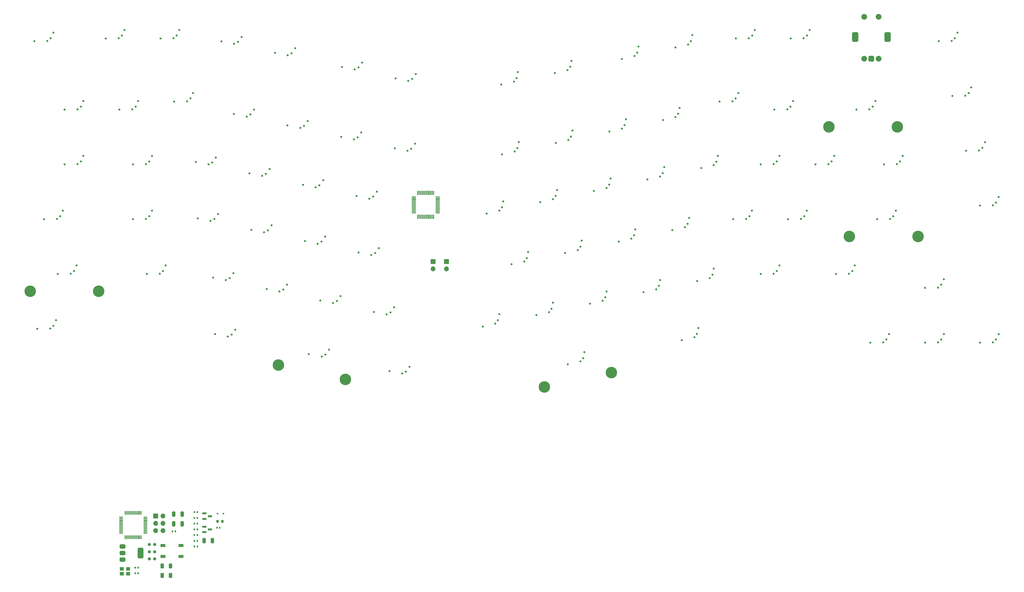
<source format=gbr>
%TF.GenerationSoftware,KiCad,Pcbnew,8.0.1*%
%TF.CreationDate,2024-04-11T15:05:29-07:00*%
%TF.ProjectId,Erebus,45726562-7573-42e6-9b69-6361645f7063,rev?*%
%TF.SameCoordinates,Original*%
%TF.FileFunction,Copper,L1,Top*%
%TF.FilePolarity,Positive*%
%FSLAX46Y46*%
G04 Gerber Fmt 4.6, Leading zero omitted, Abs format (unit mm)*
G04 Created by KiCad (PCBNEW 8.0.1) date 2024-04-11 15:05:29*
%MOMM*%
%LPD*%
G01*
G04 APERTURE LIST*
G04 Aperture macros list*
%AMRoundRect*
0 Rectangle with rounded corners*
0 $1 Rounding radius*
0 $2 $3 $4 $5 $6 $7 $8 $9 X,Y pos of 4 corners*
0 Add a 4 corners polygon primitive as box body*
4,1,4,$2,$3,$4,$5,$6,$7,$8,$9,$2,$3,0*
0 Add four circle primitives for the rounded corners*
1,1,$1+$1,$2,$3*
1,1,$1+$1,$4,$5*
1,1,$1+$1,$6,$7*
1,1,$1+$1,$8,$9*
0 Add four rect primitives between the rounded corners*
20,1,$1+$1,$2,$3,$4,$5,0*
20,1,$1+$1,$4,$5,$6,$7,0*
20,1,$1+$1,$6,$7,$8,$9,0*
20,1,$1+$1,$8,$9,$2,$3,0*%
G04 Aperture macros list end*
%TA.AperFunction,SMDPad,CuDef*%
%ADD10RoundRect,0.200000X-0.200000X-0.275000X0.200000X-0.275000X0.200000X0.275000X-0.200000X0.275000X0*%
%TD*%
%TA.AperFunction,SMDPad,CuDef*%
%ADD11RoundRect,0.135000X-0.135000X-0.185000X0.135000X-0.185000X0.135000X0.185000X-0.135000X0.185000X0*%
%TD*%
%TA.AperFunction,SMDPad,CuDef*%
%ADD12R,1.400000X1.200000*%
%TD*%
%TA.AperFunction,ComponentPad*%
%ADD13C,4.000000*%
%TD*%
%TA.AperFunction,SMDPad,CuDef*%
%ADD14RoundRect,0.375000X-0.625000X-0.375000X0.625000X-0.375000X0.625000X0.375000X-0.625000X0.375000X0*%
%TD*%
%TA.AperFunction,SMDPad,CuDef*%
%ADD15RoundRect,0.500000X-0.500000X-1.400000X0.500000X-1.400000X0.500000X1.400000X-0.500000X1.400000X0*%
%TD*%
%TA.AperFunction,SMDPad,CuDef*%
%ADD16RoundRect,0.150000X-0.587500X-0.150000X0.587500X-0.150000X0.587500X0.150000X-0.587500X0.150000X0*%
%TD*%
%TA.AperFunction,SMDPad,CuDef*%
%ADD17RoundRect,0.237500X-0.250000X-0.237500X0.250000X-0.237500X0.250000X0.237500X-0.250000X0.237500X0*%
%TD*%
%TA.AperFunction,SMDPad,CuDef*%
%ADD18RoundRect,0.140000X-0.140000X-0.170000X0.140000X-0.170000X0.140000X0.170000X-0.140000X0.170000X0*%
%TD*%
%TA.AperFunction,ComponentPad*%
%ADD19R,1.700000X1.700000*%
%TD*%
%TA.AperFunction,ComponentPad*%
%ADD20O,1.700000X1.700000*%
%TD*%
%TA.AperFunction,SMDPad,CuDef*%
%ADD21RoundRect,0.250000X-0.312500X-0.625000X0.312500X-0.625000X0.312500X0.625000X-0.312500X0.625000X0*%
%TD*%
%TA.AperFunction,ComponentPad*%
%ADD22C,2.000000*%
%TD*%
%TA.AperFunction,ComponentPad*%
%ADD23RoundRect,0.500000X0.500000X-0.500000X0.500000X0.500000X-0.500000X0.500000X-0.500000X-0.500000X0*%
%TD*%
%TA.AperFunction,ComponentPad*%
%ADD24RoundRect,0.550000X0.550000X-1.150000X0.550000X1.150000X-0.550000X1.150000X-0.550000X-1.150000X0*%
%TD*%
%TA.AperFunction,SMDPad,CuDef*%
%ADD25RoundRect,0.250000X-0.325000X-0.650000X0.325000X-0.650000X0.325000X0.650000X-0.325000X0.650000X0*%
%TD*%
%TA.AperFunction,SMDPad,CuDef*%
%ADD26RoundRect,0.075000X-0.662500X-0.075000X0.662500X-0.075000X0.662500X0.075000X-0.662500X0.075000X0*%
%TD*%
%TA.AperFunction,SMDPad,CuDef*%
%ADD27RoundRect,0.075000X-0.075000X-0.662500X0.075000X-0.662500X0.075000X0.662500X-0.075000X0.662500X0*%
%TD*%
%TA.AperFunction,SMDPad,CuDef*%
%ADD28R,1.700000X1.000000*%
%TD*%
%TA.AperFunction,SMDPad,CuDef*%
%ADD29RoundRect,0.112500X-0.187500X-0.112500X0.187500X-0.112500X0.187500X0.112500X-0.187500X0.112500X0*%
%TD*%
%TA.AperFunction,SMDPad,CuDef*%
%ADD30O,0.270000X1.500000*%
%TD*%
%TA.AperFunction,SMDPad,CuDef*%
%ADD31O,1.500000X0.270000*%
%TD*%
%TA.AperFunction,ViaPad*%
%ADD32C,0.700000*%
%TD*%
G04 APERTURE END LIST*
D10*
%TO.P,R82,1*%
%TO.N,Net-(D1-K)*%
X207649900Y-251704600D03*
%TO.P,R82,2*%
%TO.N,/BOOT0*%
X209299900Y-251704600D03*
%TD*%
D11*
%TO.P,R89,1*%
%TO.N,Net-(Q2-G)*%
X199614900Y-260434600D03*
%TO.P,R89,2*%
%TO.N,GND*%
X200634900Y-260434600D03*
%TD*%
%TO.P,R83,1*%
%TO.N,/BOOT0*%
X199614900Y-248494600D03*
%TO.P,R83,2*%
%TO.N,GND*%
X200634900Y-248494600D03*
%TD*%
%TO.P,R84,1*%
%TO.N,Net-(Q1-D)*%
X199614900Y-250484600D03*
%TO.P,R84,2*%
%TO.N,/BOOT0*%
X200634900Y-250484600D03*
%TD*%
D12*
%TO.P,Y1,1,1*%
%TO.N,/OSC_IN*%
X174344900Y-269894600D03*
%TO.P,Y1,2,2*%
%TO.N,GND*%
X176544900Y-269894600D03*
%TO.P,Y1,3,3*%
%TO.N,Net-(C174-Pad2)*%
X176544900Y-268194600D03*
%TO.P,Y1,4,4*%
%TO.N,GND*%
X174344900Y-268194600D03*
%TD*%
D13*
%TO.P,S75,*%
%TO.N,*%
X252092558Y-202324856D03*
X228800418Y-197373958D03*
%TD*%
D14*
%TO.P,U8,1,GND*%
%TO.N,GND*%
X174594900Y-260399600D03*
%TO.P,U8,2,VO*%
%TO.N,+3V3*%
X174594900Y-262699600D03*
D15*
X180894900Y-262699600D03*
D14*
%TO.P,U8,3,VI*%
%TO.N,+5V*%
X174594900Y-264999600D03*
%TD*%
D13*
%TO.P,S28,*%
%TO.N,*%
X443958308Y-114526562D03*
X420145808Y-114526562D03*
%TD*%
D16*
%TO.P,Q1,1,G*%
%TO.N,Net-(Q1-G)*%
X203087400Y-248949600D03*
%TO.P,Q1,2,S*%
%TO.N,GND*%
X203087400Y-250849600D03*
%TO.P,Q1,3,D*%
%TO.N,Net-(Q1-D)*%
X204962400Y-249899600D03*
%TD*%
D17*
%TO.P,R90,1*%
%TO.N,/USB_D-*%
X183932400Y-259754600D03*
%TO.P,R90,2*%
%TO.N,/EWSB_D-*%
X185757400Y-259754600D03*
%TD*%
D18*
%TO.P,C170,1*%
%TO.N,/~{RESET}*%
X207424900Y-253944600D03*
%TO.P,C170,2*%
%TO.N,GND*%
X208384900Y-253944600D03*
%TD*%
D11*
%TO.P,R92,1*%
%TO.N,+3V3*%
X191964900Y-255194600D03*
%TO.P,R92,2*%
%TO.N,/EWSB_D+*%
X192984900Y-255194600D03*
%TD*%
D19*
%TO.P,JP2,1,A*%
%TO.N,+3V3*%
X287199600Y-161340800D03*
D20*
%TO.P,JP2,2,B*%
%TO.N,/BOOT0*%
X287199600Y-163880800D03*
%TD*%
D19*
%TO.P,SWD1,1,Pin_1*%
%TO.N,GND*%
X186144900Y-249824600D03*
D20*
%TO.P,SWD1,2,Pin_2*%
%TO.N,/SWO*%
X188684900Y-249824600D03*
%TO.P,SWD1,3,Pin_3*%
%TO.N,GND*%
X186144900Y-252364600D03*
%TO.P,SWD1,4,Pin_4*%
%TO.N,/SWCLK*%
X188684900Y-252364600D03*
%TO.P,SWD1,5,Pin_5*%
%TO.N,+3V3*%
X186144900Y-254904600D03*
%TO.P,SWD1,6,Pin_6*%
%TO.N,/SWDIO*%
X188684900Y-254904600D03*
%TD*%
D21*
%TO.P,R93,1*%
%TO.N,/in_esr*%
X188362400Y-267194600D03*
%TO.P,R93,2*%
%TO.N,GND*%
X191287400Y-267194600D03*
%TD*%
D18*
%TO.P,C173,1*%
%TO.N,GND*%
X179024900Y-267804600D03*
%TO.P,C173,2*%
%TO.N,/OSC_IN*%
X179984900Y-267804600D03*
%TD*%
D21*
%TO.P,R94,1*%
%TO.N,/out_esr*%
X188362400Y-270484600D03*
%TO.P,R94,2*%
%TO.N,GND*%
X191287400Y-270484600D03*
%TD*%
D19*
%TO.P,JP1,1,A*%
%TO.N,GND*%
X282549600Y-161340800D03*
D20*
%TO.P,JP1,2,B*%
%TO.N,/~{RESET}*%
X282549600Y-163880800D03*
%TD*%
D13*
%TO.P,S57,*%
%TO.N,*%
X451102058Y-152626562D03*
X427289558Y-152626562D03*
%TD*%
%TO.P,S77,*%
%TO.N,*%
X344539658Y-200001864D03*
X321247518Y-204952762D03*
%TD*%
D22*
%TO.P,ENCODER1,A,A*%
%TO.N,/ENCODER_A*%
X432409558Y-90801600D03*
%TO.P,ENCODER1,B,B*%
%TO.N,/ENCODER_B*%
X437409558Y-90801600D03*
D23*
%TO.P,ENCODER1,C,C*%
%TO.N,GND*%
X434909558Y-90801600D03*
D24*
%TO.P,ENCODER1,MP*%
%TO.N,N/C*%
X429309558Y-83301600D03*
X440509558Y-83301600D03*
D22*
%TO.P,ENCODER1,S1,S1*%
%TO.N,GND*%
X437409558Y-76301600D03*
%TO.P,ENCODER1,S2,S2*%
%TO.N,/ENCODER_SW*%
X432409558Y-76301600D03*
%TD*%
D11*
%TO.P,R87,1*%
%TO.N,Net-(Q2-D)*%
X199614900Y-256454600D03*
%TO.P,R87,2*%
%TO.N,/~{RESET}*%
X200634900Y-256454600D03*
%TD*%
D25*
%TO.P,C171,1*%
%TO.N,+5V*%
X192369900Y-249174600D03*
%TO.P,C171,2*%
%TO.N,/in_esr*%
X195319900Y-249174600D03*
%TD*%
D18*
%TO.P,C174,1*%
%TO.N,GND*%
X179024900Y-269774600D03*
%TO.P,C174,2*%
%TO.N,Net-(C174-Pad2)*%
X179984900Y-269774600D03*
%TD*%
D26*
%TO.P,U1,1,VBAT*%
%TO.N,unconnected-(U1-VBAT-Pad1)*%
X275824300Y-138902700D03*
%TO.P,U1,2,PC13*%
%TO.N,unconnected-(U1-PC13-Pad2)*%
X275824300Y-139402700D03*
%TO.P,U1,3,PC14*%
%TO.N,unconnected-(U1-PC14-Pad3)*%
X275824300Y-139902700D03*
%TO.P,U1,4,PC15*%
%TO.N,/ENCODER_SW*%
X275824300Y-140402700D03*
%TO.P,U1,5,PF0*%
%TO.N,unconnected-(U1-PF0-Pad5)*%
X275824300Y-140902700D03*
%TO.P,U1,6,PF1*%
%TO.N,unconnected-(U1-PF1-Pad6)*%
X275824300Y-141402700D03*
%TO.P,U1,7,NRST*%
%TO.N,/~{RESET}*%
X275824300Y-141902700D03*
%TO.P,U1,8,VSSA*%
%TO.N,GND*%
X275824300Y-142402700D03*
%TO.P,U1,9,VDDA*%
%TO.N,unconnected-(U1-VDDA-Pad9)*%
X275824300Y-142902700D03*
%TO.P,U1,10,PA0*%
%TO.N,/ENCODER_A*%
X275824300Y-143402700D03*
%TO.P,U1,11,PA1*%
%TO.N,/ENCODER_B*%
X275824300Y-143902700D03*
%TO.P,U1,12,PA2*%
%TO.N,/ADC1_IN3*%
X275824300Y-144402700D03*
D27*
%TO.P,U1,13,PA3*%
%TO.N,/ADC1_IN4*%
X277236800Y-145815200D03*
%TO.P,U1,14,PA4*%
%TO.N,unconnected-(U1-PA4-Pad14)*%
X277736800Y-145815200D03*
%TO.P,U1,15,PA5*%
%TO.N,unconnected-(U1-PA5-Pad15)*%
X278236800Y-145815200D03*
%TO.P,U1,16,PA6*%
%TO.N,/ADC2_IN3*%
X278736800Y-145815200D03*
%TO.P,U1,17,PA7*%
%TO.N,/ADC2_IN4*%
X279236800Y-145815200D03*
%TO.P,U1,18,PB0*%
%TO.N,unconnected-(U1-PB0-Pad18)*%
X279736800Y-145815200D03*
%TO.P,U1,19,PB1*%
%TO.N,/S2*%
X280236800Y-145815200D03*
%TO.P,U1,20,PB2*%
%TO.N,/S3*%
X280736800Y-145815200D03*
%TO.P,U1,21,PB10*%
%TO.N,/S1*%
X281236800Y-145815200D03*
%TO.P,U1,22,PB11*%
%TO.N,/S0*%
X281736800Y-145815200D03*
%TO.P,U1,23,VSS*%
%TO.N,GND*%
X282236800Y-145815200D03*
%TO.P,U1,24,VDD*%
%TO.N,unconnected-(U1-VDD-Pad24)*%
X282736800Y-145815200D03*
D26*
%TO.P,U1,25,PB12*%
%TO.N,/ADC4_IN4*%
X284149300Y-144402700D03*
%TO.P,U1,26,PB13*%
%TO.N,unconnected-(U1-PB13-Pad26)*%
X284149300Y-143902700D03*
%TO.P,U1,27,PB14*%
%TO.N,/ADC4_IN3*%
X284149300Y-143402700D03*
%TO.P,U1,28,PB15*%
%TO.N,unconnected-(U1-PB15-Pad28)*%
X284149300Y-142902700D03*
%TO.P,U1,29,PA8*%
%TO.N,unconnected-(U1-PA8-Pad29)*%
X284149300Y-142402700D03*
%TO.P,U1,30,PA9*%
%TO.N,unconnected-(U1-PA9-Pad30)*%
X284149300Y-141902700D03*
%TO.P,U1,31,PA10*%
%TO.N,unconnected-(U1-PA10-Pad31)*%
X284149300Y-141402700D03*
%TO.P,U1,32,PA11*%
%TO.N,unconnected-(U1-PA11-Pad32)*%
X284149300Y-140902700D03*
%TO.P,U1,33,PA12*%
%TO.N,unconnected-(U1-PA12-Pad33)*%
X284149300Y-140402700D03*
%TO.P,U1,34,PA13*%
%TO.N,unconnected-(U1-PA13-Pad34)*%
X284149300Y-139902700D03*
%TO.P,U1,35,VSS*%
%TO.N,GND*%
X284149300Y-139402700D03*
%TO.P,U1,36,VDD*%
%TO.N,unconnected-(U1-VDD-Pad36)*%
X284149300Y-138902700D03*
D27*
%TO.P,U1,37,PA14*%
%TO.N,unconnected-(U1-PA14-Pad37)*%
X282736800Y-137490200D03*
%TO.P,U1,38,PA15*%
%TO.N,unconnected-(U1-PA15-Pad38)*%
X282236800Y-137490200D03*
%TO.P,U1,39,PB3*%
%TO.N,unconnected-(U1-PB3-Pad39)*%
X281736800Y-137490200D03*
%TO.P,U1,40,PB4*%
%TO.N,unconnected-(U1-PB4-Pad40)*%
X281236800Y-137490200D03*
%TO.P,U1,41,PB5*%
%TO.N,unconnected-(U1-PB5-Pad41)*%
X280736800Y-137490200D03*
%TO.P,U1,42,PB6*%
%TO.N,unconnected-(U1-PB6-Pad42)*%
X280236800Y-137490200D03*
%TO.P,U1,43,PB7*%
%TO.N,unconnected-(U1-PB7-Pad43)*%
X279736800Y-137490200D03*
%TO.P,U1,44,BOOT0*%
%TO.N,/BOOT0*%
X279236800Y-137490200D03*
%TO.P,U1,45,PB8*%
%TO.N,unconnected-(U1-PB8-Pad45)*%
X278736800Y-137490200D03*
%TO.P,U1,46,PB9*%
%TO.N,unconnected-(U1-PB9-Pad46)*%
X278236800Y-137490200D03*
%TO.P,U1,47,VSS*%
%TO.N,GND*%
X277736800Y-137490200D03*
%TO.P,U1,48,VDD*%
%TO.N,unconnected-(U1-VDD-Pad48)*%
X277236800Y-137490200D03*
%TD*%
D13*
%TO.P,S59,*%
%TO.N,*%
X166304558Y-171676562D03*
X142492058Y-171676562D03*
%TD*%
D28*
%TO.P,SW82,1,A*%
%TO.N,+3V3*%
X188644900Y-260124600D03*
X194944900Y-260124600D03*
%TO.P,SW82,2,B*%
%TO.N,/reset/switch*%
X188644900Y-263924600D03*
X194944900Y-263924600D03*
%TD*%
D17*
%TO.P,R95,1*%
%TO.N,/OSC_OUT*%
X183932400Y-264774600D03*
%TO.P,R95,2*%
%TO.N,Net-(C174-Pad2)*%
X185757400Y-264774600D03*
%TD*%
D11*
%TO.P,R88,1*%
%TO.N,/reset/switch*%
X199614900Y-258444600D03*
%TO.P,R88,2*%
%TO.N,Net-(Q2-G)*%
X200634900Y-258444600D03*
%TD*%
D17*
%TO.P,R91,1*%
%TO.N,/USB_D+*%
X183932400Y-262264600D03*
%TO.P,R91,2*%
%TO.N,/EWSB_D+*%
X185757400Y-262264600D03*
%TD*%
D11*
%TO.P,R86,1*%
%TO.N,Net-(Q1-G)*%
X199614900Y-254464600D03*
%TO.P,R86,2*%
%TO.N,GND*%
X200634900Y-254464600D03*
%TD*%
D29*
%TO.P,D1,1,K*%
%TO.N,Net-(D1-K)*%
X207589900Y-248974600D03*
%TO.P,D1,2,A*%
%TO.N,/reset/switch*%
X209689900Y-248974600D03*
%TD*%
D11*
%TO.P,R85,1*%
%TO.N,Net-(Q2-D)*%
X199614900Y-252474600D03*
%TO.P,R85,2*%
%TO.N,Net-(Q1-G)*%
X200634900Y-252474600D03*
%TD*%
D25*
%TO.P,C172,1*%
%TO.N,+3V3*%
X192369900Y-252524600D03*
%TO.P,C172,2*%
%TO.N,/out_esr*%
X195319900Y-252524600D03*
%TD*%
D30*
%TO.P,U9,1,VBAT*%
%TO.N,+3V3*%
X175569900Y-257249600D03*
%TO.P,U9,2,PC13/TAMPER-RTC*%
%TO.N,unconnected-(U9-PC13{slash}TAMPER-RTC-Pad2)*%
X176069900Y-257249600D03*
%TO.P,U9,3,PC14/OSC32_IN*%
%TO.N,unconnected-(U9-PC14{slash}OSC32_IN-Pad3)*%
X176569900Y-257249600D03*
%TO.P,U9,4,PC15/OSC32_OUT*%
%TO.N,/ENCODER_SW*%
X177069900Y-257249600D03*
%TO.P,U9,5,PD0/OSC_IN*%
%TO.N,/OSC_IN*%
X177569900Y-257249600D03*
%TO.P,U9,6,PD1/OSC_OUT*%
%TO.N,/OSC_OUT*%
X178069900Y-257249600D03*
%TO.P,U9,7,NRST*%
%TO.N,/~{RESET}*%
X178569900Y-257249600D03*
%TO.P,U9,8,VSSA*%
%TO.N,GND*%
X179069900Y-257249600D03*
%TO.P,U9,9,VDDA*%
%TO.N,unconnected-(U9-VDDA-Pad9)*%
X179569900Y-257249600D03*
%TO.P,U9,10,PA0/WKUP*%
%TO.N,/ENCODER_A*%
X180069900Y-257249600D03*
%TO.P,U9,11,PA1*%
%TO.N,/ENCODER_B*%
X180569900Y-257249600D03*
%TO.P,U9,12,PA2*%
%TO.N,unconnected-(U9-PA2-Pad12)*%
X181069900Y-257249600D03*
D31*
%TO.P,U9,13,PA3*%
%TO.N,/ADC1_IN3*%
X182569900Y-255749600D03*
%TO.P,U9,14,PA4*%
%TO.N,/ADC1_IN4*%
X182569900Y-255249600D03*
%TO.P,U9,15,PA5*%
%TO.N,/ADC1_IN5*%
X182569900Y-254749600D03*
%TO.P,U9,16,PA6*%
%TO.N,/ADC1_IN6*%
X182569900Y-254249600D03*
%TO.P,U9,17,PA7*%
%TO.N,/ADC1_IN7*%
X182569900Y-253749600D03*
%TO.P,U9,18,PB0*%
%TO.N,/ADC1_IN8*%
X182569900Y-253249600D03*
%TO.P,U9,19,PB1*%
%TO.N,/S2*%
X182569900Y-252749600D03*
%TO.P,U9,20,PB2*%
%TO.N,/S3*%
X182569900Y-252249600D03*
%TO.P,U9,21,PB10*%
%TO.N,/S1*%
X182569900Y-251749600D03*
%TO.P,U9,22,PB11*%
%TO.N,/S0*%
X182569900Y-251249600D03*
%TO.P,U9,23,VSS*%
%TO.N,GND*%
X182569900Y-250749600D03*
%TO.P,U9,24,VDD*%
%TO.N,unconnected-(U9-VDD-Pad24)*%
X182569900Y-250249600D03*
D30*
%TO.P,U9,25,PB12*%
%TO.N,/ADC4_IN3*%
X181069900Y-248749600D03*
%TO.P,U9,26,PB13*%
%TO.N,/ADC4_IN4*%
X180569900Y-248749600D03*
%TO.P,U9,27,PB14*%
%TO.N,unconnected-(U9-PB14-Pad27)*%
X180069900Y-248749600D03*
%TO.P,U9,28,PB15*%
%TO.N,unconnected-(U9-PB15-Pad28)*%
X179569900Y-248749600D03*
%TO.P,U9,29,PA8*%
%TO.N,unconnected-(U9-PA8-Pad29)*%
X179069900Y-248749600D03*
%TO.P,U9,30,PA9*%
%TO.N,unconnected-(U9-PA9-Pad30)*%
X178569900Y-248749600D03*
%TO.P,U9,31,PA10*%
%TO.N,unconnected-(U9-PA10-Pad31)*%
X178069900Y-248749600D03*
%TO.P,U9,32,PA11*%
%TO.N,/USB_D-*%
X177569900Y-248749600D03*
%TO.P,U9,33,PA12*%
%TO.N,/USB_D+*%
X177069900Y-248749600D03*
%TO.P,U9,34,PA13*%
%TO.N,/SWDIO*%
X176569900Y-248749600D03*
%TO.P,U9,35,PF6*%
%TO.N,/I2C1_SCL*%
X176069900Y-248749600D03*
%TO.P,U9,36,PF7*%
%TO.N,/I2C1_SDA*%
X175569900Y-248749600D03*
D31*
%TO.P,U9,37,PA14*%
%TO.N,/SWCLK*%
X174069900Y-250249600D03*
%TO.P,U9,38,PA15*%
%TO.N,unconnected-(U9-PA15-Pad38)*%
X174069900Y-250749600D03*
%TO.P,U9,39,PB3*%
%TO.N,/SWO*%
X174069900Y-251249600D03*
%TO.P,U9,40,PB4*%
%TO.N,unconnected-(U9-PB4-Pad40)*%
X174069900Y-251749600D03*
%TO.P,U9,41,PB5*%
%TO.N,unconnected-(U9-PB5-Pad41)*%
X174069900Y-252249600D03*
%TO.P,U9,42,PB6*%
%TO.N,unconnected-(U9-PB6-Pad42)*%
X174069900Y-252749600D03*
%TO.P,U9,43,PB7*%
%TO.N,unconnected-(U9-PB7-Pad43)*%
X174069900Y-253249600D03*
%TO.P,U9,44,BOOT0*%
%TO.N,/BOOT0*%
X174069900Y-253749600D03*
%TO.P,U9,45,PB8*%
%TO.N,unconnected-(U9-PB8-Pad45)*%
X174069900Y-254249600D03*
%TO.P,U9,46,PB9*%
%TO.N,unconnected-(U9-PB9-Pad46)*%
X174069900Y-254749600D03*
%TO.P,U9,47,VSS*%
%TO.N,unconnected-(U9-VSS-Pad47)*%
X174069900Y-255249600D03*
%TO.P,U9,48,VDD*%
%TO.N,unconnected-(U9-VDD-Pad48)*%
X174069900Y-255749600D03*
%TD*%
D16*
%TO.P,Q2,1,G*%
%TO.N,Net-(Q2-G)*%
X203087400Y-253574600D03*
%TO.P,Q2,2,S*%
%TO.N,GND*%
X203087400Y-255474600D03*
%TO.P,Q2,3,D*%
%TO.N,Net-(Q2-D)*%
X204962400Y-254524600D03*
%TD*%
D25*
%TO.P,C169,1*%
%TO.N,/BOOT0*%
X202929900Y-258424600D03*
%TO.P,C169,2*%
%TO.N,GND*%
X205879900Y-258424600D03*
%TD*%
D32*
%TO.N,GND*%
X230475087Y-171105002D03*
X393462258Y-82768462D03*
X178003758Y-108490962D03*
X372123868Y-84742492D03*
X231965380Y-114051802D03*
X160099758Y-126583462D03*
X173241258Y-83725962D03*
X472592958Y-141904662D03*
X158953758Y-127540962D03*
X468709758Y-102770962D03*
X453542958Y-189529662D03*
X255304960Y-94590395D03*
X477088758Y-189453462D03*
X206485237Y-146530213D03*
X144932958Y-184767162D03*
X330198017Y-93654106D03*
X148476258Y-84678462D03*
X188674758Y-164683462D03*
X323738927Y-177798279D03*
X237321519Y-134665872D03*
X319830753Y-140734603D03*
X463947258Y-83720962D03*
X462801258Y-84678462D03*
X256332524Y-118174404D03*
X322817045Y-178973122D03*
X241734918Y-135526067D03*
X406797258Y-107533462D03*
X374283924Y-186530196D03*
X478234758Y-188495962D03*
X367757910Y-110014990D03*
X183032958Y-165717162D03*
X224741655Y-170943117D03*
X243752661Y-154451649D03*
X229155054Y-171803312D03*
X400888758Y-165640962D03*
X366836028Y-111189833D03*
X439255458Y-127617162D03*
X472326258Y-122778462D03*
X143980458Y-84754662D03*
X256624993Y-93892085D03*
X158953758Y-108490962D03*
X255012491Y-118872714D03*
X233332854Y-88941188D03*
X239414649Y-193537546D03*
X387747258Y-104675962D03*
X402034758Y-164683462D03*
X458038758Y-170403462D03*
X223798916Y-151189241D03*
X355702756Y-172060950D03*
X400888758Y-127540962D03*
X304183333Y-182933839D03*
X273098649Y-199640508D03*
X160099758Y-107533462D03*
X374336468Y-168100233D03*
X206805654Y-186606290D03*
X211219053Y-187466485D03*
X267742511Y-179026437D03*
X262386373Y-158412366D03*
X187528758Y-165640962D03*
X379640063Y-165916126D03*
X351465323Y-153408154D03*
X310642423Y-98789667D03*
X378718181Y-167090969D03*
X213331669Y-110091084D03*
X342372639Y-173837561D03*
X329568604Y-119111269D03*
X243054951Y-134827757D03*
X262009079Y-178864552D03*
X360084469Y-171051686D03*
X329383692Y-197130828D03*
X467563758Y-103728462D03*
X435372258Y-107533462D03*
X242432628Y-155149959D03*
X477088758Y-141828462D03*
X415442958Y-127617162D03*
X352387205Y-152233311D03*
X347083610Y-154417418D03*
X434226258Y-108490962D03*
X421084758Y-126583462D03*
X182766258Y-146590962D03*
X157718508Y-164683462D03*
X309816187Y-162338853D03*
X204467494Y-127604632D03*
X343768060Y-134589779D03*
X200751805Y-146368328D03*
X467830458Y-122854662D03*
X218687807Y-130705155D03*
X183912258Y-126583462D03*
X411366258Y-83725962D03*
X387820458Y-83802162D03*
X438988758Y-189453462D03*
X212539086Y-186768175D03*
X223101206Y-131565350D03*
X269525273Y-97690918D03*
X473472258Y-121820962D03*
X192291258Y-83725962D03*
X206107943Y-166982399D03*
X428228508Y-164683462D03*
X361006351Y-169876843D03*
X151810008Y-146590962D03*
X261688662Y-138788475D03*
X422586708Y-165717162D03*
X249108799Y-175065719D03*
X368980329Y-188714303D03*
X236378779Y-114911997D03*
X338464465Y-136773886D03*
X342846178Y-135764622D03*
X147314208Y-146667162D03*
X149622258Y-83720962D03*
X443751258Y-127540962D03*
X429730458Y-108567162D03*
X197053758Y-105633462D03*
X305578754Y-143686057D03*
X371201986Y-85917335D03*
X306500636Y-142511214D03*
X243828048Y-194397741D03*
X198199758Y-104675962D03*
X150574758Y-183733462D03*
X208965710Y-84818585D03*
X219385517Y-150329046D03*
X370099035Y-149447436D03*
X405917958Y-146667162D03*
X419938758Y-127540962D03*
X371020917Y-148272593D03*
X410413758Y-146590962D03*
X330490486Y-117936426D03*
X256652941Y-158250481D03*
X472592958Y-189529662D03*
X274966236Y-122135122D03*
X261066340Y-159110676D03*
X459184758Y-188495962D03*
X440134758Y-188495962D03*
X382105458Y-105709662D03*
X267365217Y-199478623D03*
X154457958Y-127617162D03*
X458038758Y-189453462D03*
X442516008Y-145633462D03*
X392316258Y-83725962D03*
X396392958Y-127617162D03*
X243375367Y-174903834D03*
X324212466Y-139725339D03*
X412512258Y-82768462D03*
X401155458Y-108567162D03*
X266422478Y-179724747D03*
X275258705Y-97852803D03*
X192557958Y-105709662D03*
X247788766Y-175764029D03*
X250599092Y-118012519D03*
X152956008Y-145633462D03*
X411559758Y-145633462D03*
X325186891Y-120120533D03*
X217745068Y-110951279D03*
X348186561Y-90887316D03*
X334687287Y-194946721D03*
X269232804Y-121973237D03*
X386601258Y-105633462D03*
X352568274Y-89878052D03*
X453542958Y-170479662D03*
X332831611Y-157368872D03*
X273646203Y-122833432D03*
X232012821Y-89639498D03*
X250891561Y-93730200D03*
X211841375Y-167144284D03*
X361479889Y-131803904D03*
X182766258Y-127540962D03*
X238019229Y-154289764D03*
X366820273Y-86926599D03*
X310934892Y-123071986D03*
X478234758Y-140870962D03*
X178270458Y-146667162D03*
X306553179Y-124081250D03*
X299801620Y-183943103D03*
X315119782Y-160154746D03*
X381035483Y-126668343D03*
X318435332Y-179982386D03*
X405651258Y-108490962D03*
X458305458Y-84754662D03*
X154457958Y-108567162D03*
X353490156Y-88703209D03*
X149428758Y-184690962D03*
X396392958Y-165717162D03*
X305105215Y-181758996D03*
X406870458Y-83802162D03*
X402034758Y-126583462D03*
X237698812Y-114213687D03*
X245148081Y-193699431D03*
X168745458Y-83802162D03*
X333753493Y-156194029D03*
X427082508Y-165640962D03*
X271778616Y-200338818D03*
X260368629Y-139486785D03*
X210521342Y-167842594D03*
X444897258Y-126583462D03*
X362454315Y-112199097D03*
X205787527Y-126906322D03*
X193437258Y-82768462D03*
X156572508Y-165640962D03*
X214699142Y-84980470D03*
X365717322Y-150456700D03*
X373362042Y-187705039D03*
X306260710Y-99798931D03*
X325134348Y-138550496D03*
X314197900Y-161329589D03*
X436874208Y-146667162D03*
X174387258Y-82768462D03*
X362401771Y-130629061D03*
X391363758Y-146590962D03*
X392509758Y-145633462D03*
X224421239Y-130867040D03*
X324894422Y-95838213D03*
X434492958Y-189529662D03*
X311856774Y-121897143D03*
X328449898Y-158378136D03*
X187795458Y-83802162D03*
X337069044Y-176021668D03*
X255955230Y-138626590D03*
X179149758Y-107533462D03*
X463067958Y-103804662D03*
X225118949Y-150490931D03*
X386867958Y-146667162D03*
X349124198Y-113975708D03*
X311564305Y-97614824D03*
X213379109Y-85678780D03*
X357098176Y-132813168D03*
X173507958Y-108567162D03*
X459184758Y-169445962D03*
X152076708Y-165717162D03*
X178270458Y-127617162D03*
X200054095Y-126744437D03*
X375731888Y-128852450D03*
X333765405Y-196121564D03*
X183912258Y-145633462D03*
X348202316Y-115150551D03*
X219065101Y-110252969D03*
X380113601Y-127843186D03*
X273938672Y-98551113D03*
X227599422Y-88779303D03*
X441370008Y-146590962D03*
X205165204Y-147228523D03*
X329276135Y-94828949D03*
X301197041Y-144695321D03*
X343820603Y-116159815D03*
X341450757Y-175012404D03*
%TO.N,/multiplexers/keys/KEYS_0_0*%
X150522258Y-81783462D03*
%TO.N,/multiplexers/keys/KEYS_0_1*%
X175287258Y-80830962D03*
%TO.N,/multiplexers/keys/KEYS_0_2*%
X194337258Y-80830962D03*
%TO.N,/multiplexers/keys/KEYS_0_3*%
X215982303Y-83272430D03*
%TO.N,/multiplexers/keys/KEYS_0_4*%
X234616015Y-87233148D03*
%TO.N,/multiplexers/keys/KEYS_0_5*%
X257908154Y-92184045D03*
%TO.N,/multiplexers/keys/KEYS_0_6*%
X276541866Y-96144763D03*
%TO.N,/multiplexers/keys/KEYS_0_7*%
X312041809Y-95532542D03*
%TO.N,/multiplexers/keys/KEYS_0_8*%
X330675521Y-91571824D03*
%TO.N,/multiplexers/keys/KEYS_0_9*%
X353967660Y-86620927D03*
%TO.N,/multiplexers/keys/KEYS_0_10*%
X372601372Y-82660210D03*
%TO.N,/multiplexers/keys/KEYS_0_11*%
X394362258Y-80830962D03*
%TO.N,/multiplexers/keys/KEYS_0_12*%
X413412258Y-80830962D03*
%TO.N,/multiplexers/keys/KEYS_1_0*%
X160999758Y-105595962D03*
%TO.N,/multiplexers/keys/KEYS_0_13*%
X464847258Y-81783462D03*
%TO.N,/multiplexers/keys/KEYS_1_1*%
X180049758Y-105595962D03*
%TO.N,/multiplexers/keys/KEYS_1_2*%
X199099758Y-102738462D03*
%TO.N,/multiplexers/keys/KEYS_1_3*%
X220348262Y-108544929D03*
%TO.N,/multiplexers/keys/KEYS_1_4*%
X238981973Y-112505647D03*
%TO.N,/multiplexers/keys/KEYS_1_5*%
X257615685Y-116466364D03*
%TO.N,/multiplexers/keys/KEYS_1_6*%
X276249397Y-120427082D03*
%TO.N,/multiplexers/keys/KEYS_1_7*%
X312334278Y-119814861D03*
%TO.N,/multiplexers/keys/KEYS_1_8*%
X330967990Y-115854144D03*
%TO.N,/multiplexers/keys/KEYS_1_9*%
X349601702Y-111893426D03*
%TO.N,/multiplexers/keys/KEYS_1_10*%
X368235414Y-107932708D03*
%TO.N,/multiplexers/keys/KEYS_1_11*%
X388647258Y-102738462D03*
%TO.N,/multiplexers/keys/KEYS_1_12*%
X407697258Y-105595962D03*
%TO.N,/multiplexers/keys/KEYS_1_13*%
X436272258Y-105595962D03*
%TO.N,/multiplexers/keys/KEYS_1_14*%
X469609758Y-100833462D03*
%TO.N,/multiplexers/keys/KEYS_2_0*%
X160999758Y-124645962D03*
%TO.N,/multiplexers/keys/KEYS_2_1*%
X184812258Y-124645962D03*
%TO.N,/multiplexers/keys/KEYS_2_2*%
X207070688Y-125198282D03*
%TO.N,/multiplexers/keys/KEYS_2_3*%
X225704400Y-129159000D03*
%TO.N,/multiplexers/keys/KEYS_2_4*%
X244338112Y-133119717D03*
%TO.N,/multiplexers/keys/KEYS_2_5*%
X262971823Y-137080435D03*
%TO.N,/multiplexers/keys/KEYS_2_6*%
X306978140Y-140428932D03*
%TO.N,/multiplexers/keys/KEYS_2_7*%
X325611852Y-136468214D03*
%TO.N,/multiplexers/keys/KEYS_2_8*%
X344245564Y-132507497D03*
%TO.N,/multiplexers/keys/KEYS_2_9*%
X362879275Y-128546779D03*
%TO.N,/multiplexers/keys/KEYS_2_10*%
X381512987Y-124586061D03*
%TO.N,/multiplexers/keys/KEYS_2_11*%
X402934758Y-124645962D03*
%TO.N,/multiplexers/keys/KEYS_2_12*%
X421984758Y-124645962D03*
%TO.N,/multiplexers/keys/KEYS_2_13*%
X445797258Y-124645962D03*
%TO.N,/multiplexers/keys/KEYS_2_14*%
X474372258Y-119883462D03*
%TO.N,/multiplexers/keys/KEYS_3_0*%
X153856008Y-143695962D03*
%TO.N,/multiplexers/keys/KEYS_3_1*%
X184812258Y-143695962D03*
%TO.N,/multiplexers/keys/KEYS_3_2*%
X207768398Y-144822173D03*
%TO.N,/multiplexers/keys/KEYS_3_3*%
X226402110Y-148782891D03*
%TO.N,/multiplexers/keys/KEYS_3_4*%
X245035822Y-152743609D03*
%TO.N,/multiplexers/keys/KEYS_3_5*%
X263669534Y-156704326D03*
%TO.N,/multiplexers/keys/KEYS_3_6*%
X315597286Y-158072464D03*
%TO.N,/multiplexers/keys/KEYS_3_7*%
X334230997Y-154111747D03*
%TO.N,/multiplexers/keys/KEYS_3_8*%
X352864709Y-150151029D03*
%TO.N,/multiplexers/keys/KEYS_3_9*%
X371498421Y-146190311D03*
%TO.N,/multiplexers/keys/KEYS_3_10*%
X393409758Y-143695962D03*
%TO.N,/multiplexers/keys/KEYS_3_11*%
X412459758Y-143695962D03*
%TO.N,/multiplexers/keys/KEYS_3_12*%
X443416008Y-143695962D03*
%TO.N,/multiplexers/keys/KEYS_3_13*%
X479134758Y-138933462D03*
%TO.N,/multiplexers/keys/KEYS_4_0*%
X158618508Y-162745962D03*
%TO.N,/multiplexers/keys/KEYS_4_1*%
X189574758Y-162745962D03*
%TO.N,/multiplexers/keys/KEYS_4_2*%
X213124536Y-165436244D03*
%TO.N,/multiplexers/keys/KEYS_4_3*%
X231758248Y-169396962D03*
%TO.N,/multiplexers/keys/KEYS_4_4*%
X250391960Y-173357679D03*
%TO.N,/multiplexers/keys/KEYS_4_5*%
X269025672Y-177318397D03*
%TO.N,/multiplexers/keys/KEYS_4_7*%
X324216431Y-175715997D03*
%TO.N,/multiplexers/keys/KEYS_4_8*%
X342850143Y-171755279D03*
%TO.N,/multiplexers/keys/KEYS_4_9*%
X361483855Y-167794561D03*
%TO.N,/multiplexers/keys/KEYS_4_10*%
X380117567Y-163833844D03*
%TO.N,/multiplexers/keys/KEYS_4_11*%
X402934758Y-162745962D03*
%TO.N,/multiplexers/keys/KEYS_4_12*%
X429128508Y-162745962D03*
%TO.N,/multiplexers/keys/KEYS_4_13*%
X460084758Y-167508462D03*
%TO.N,/multiplexers/keys/KEYS_5_0*%
X151474758Y-181795962D03*
%TO.N,/multiplexers/keys/KEYS_5_1*%
X213822247Y-185060135D03*
%TO.N,/multiplexers/keys/KEYS_5_2*%
X246431242Y-191991391D03*
%TO.N,/multiplexers/keys/KEYS_5_3*%
X274381810Y-197932468D03*
%TO.N,/multiplexers/keys/KEYS_5_4*%
X335164791Y-192864439D03*
%TO.N,/multiplexers/keys/KEYS_5_5*%
X374761428Y-184447914D03*
%TO.N,/multiplexers/keys/KEYS_5_6*%
X441034758Y-186558462D03*
%TO.N,/multiplexers/keys/KEYS_5_7*%
X460084758Y-186558462D03*
%TO.N,/multiplexers/keys/KEYS_5_8*%
X479134758Y-186558462D03*
%TO.N,/multiplexers/keys/KEYS_4_6*%
X305582719Y-179676714D03*
%TD*%
M02*

</source>
